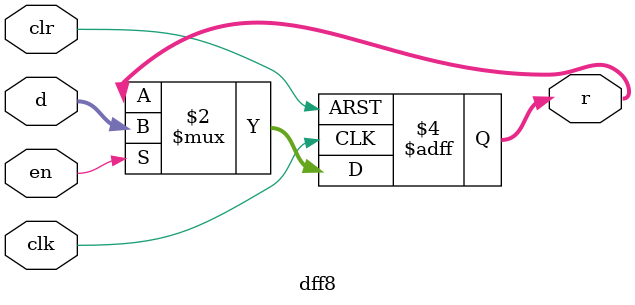
<source format=v>
module dff8 (
	input wire en,
	input wire [7:0] d,
    input wire clk,
    input wire clr, 
	output reg [7:0] r
);
                               
always @ (posedge clk or posedge clr) begin
    if(clr)
        r <= 8'b00000000;
    else if(en)
        r <= d;
end

endmodule
</source>
